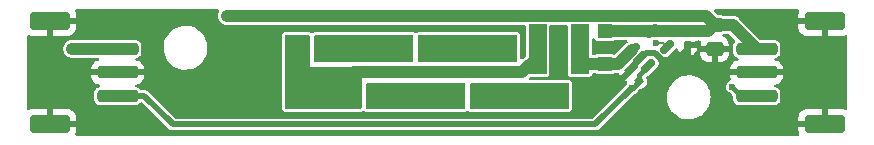
<source format=gbr>
%TF.GenerationSoftware,KiCad,Pcbnew,6.0.0*%
%TF.CreationDate,2022-01-04T22:10:11+01:00*%
%TF.ProjectId,mini_light,6d696e69-5f6c-4696-9768-742e6b696361,v1.1*%
%TF.SameCoordinates,Original*%
%TF.FileFunction,Copper,L1,Top*%
%TF.FilePolarity,Positive*%
%FSLAX46Y46*%
G04 Gerber Fmt 4.6, Leading zero omitted, Abs format (unit mm)*
G04 Created by KiCad (PCBNEW 6.0.0) date 2022-01-04 22:10:11*
%MOMM*%
%LPD*%
G01*
G04 APERTURE LIST*
G04 Aperture macros list*
%AMRoundRect*
0 Rectangle with rounded corners*
0 $1 Rounding radius*
0 $2 $3 $4 $5 $6 $7 $8 $9 X,Y pos of 4 corners*
0 Add a 4 corners polygon primitive as box body*
4,1,4,$2,$3,$4,$5,$6,$7,$8,$9,$2,$3,0*
0 Add four circle primitives for the rounded corners*
1,1,$1+$1,$2,$3*
1,1,$1+$1,$4,$5*
1,1,$1+$1,$6,$7*
1,1,$1+$1,$8,$9*
0 Add four rect primitives between the rounded corners*
20,1,$1+$1,$2,$3,$4,$5,0*
20,1,$1+$1,$4,$5,$6,$7,0*
20,1,$1+$1,$6,$7,$8,$9,0*
20,1,$1+$1,$8,$9,$2,$3,0*%
G04 Aperture macros list end*
%TA.AperFunction,SMDPad,CuDef*%
%ADD10RoundRect,0.160000X-0.252791X0.026517X0.026517X-0.252791X0.252791X-0.026517X-0.026517X0.252791X0*%
%TD*%
%TA.AperFunction,SMDPad,CuDef*%
%ADD11RoundRect,0.150000X-0.256326X-0.468458X0.468458X0.256326X0.256326X0.468458X-0.468458X-0.256326X0*%
%TD*%
%TA.AperFunction,SMDPad,CuDef*%
%ADD12R,1.200000X1.200000*%
%TD*%
%TA.AperFunction,SMDPad,CuDef*%
%ADD13RoundRect,0.250000X1.500000X-0.250000X1.500000X0.250000X-1.500000X0.250000X-1.500000X-0.250000X0*%
%TD*%
%TA.AperFunction,SMDPad,CuDef*%
%ADD14RoundRect,0.250001X1.449999X-0.499999X1.449999X0.499999X-1.449999X0.499999X-1.449999X-0.499999X0*%
%TD*%
%TA.AperFunction,SMDPad,CuDef*%
%ADD15R,1.500000X4.200000*%
%TD*%
%TA.AperFunction,SMDPad,CuDef*%
%ADD16RoundRect,0.155000X-0.155000X0.212500X-0.155000X-0.212500X0.155000X-0.212500X0.155000X0.212500X0*%
%TD*%
%TA.AperFunction,SMDPad,CuDef*%
%ADD17RoundRect,0.250000X-0.475000X0.337500X-0.475000X-0.337500X0.475000X-0.337500X0.475000X0.337500X0*%
%TD*%
%TA.AperFunction,SMDPad,CuDef*%
%ADD18RoundRect,0.250000X-1.500000X0.250000X-1.500000X-0.250000X1.500000X-0.250000X1.500000X0.250000X0*%
%TD*%
%TA.AperFunction,SMDPad,CuDef*%
%ADD19RoundRect,0.250001X-1.449999X0.499999X-1.449999X-0.499999X1.449999X-0.499999X1.449999X0.499999X0*%
%TD*%
%TA.AperFunction,ViaPad*%
%ADD20C,1.000000*%
%TD*%
%TA.AperFunction,ViaPad*%
%ADD21C,0.600000*%
%TD*%
%TA.AperFunction,Conductor*%
%ADD22C,1.000000*%
%TD*%
%TA.AperFunction,Conductor*%
%ADD23C,0.500000*%
%TD*%
%TA.AperFunction,Conductor*%
%ADD24C,0.200000*%
%TD*%
%TA.AperFunction,Conductor*%
%ADD25C,0.450000*%
%TD*%
G04 APERTURE END LIST*
D10*
%TO.P,R1,1*%
%TO.N,GND*%
X136377504Y-99877504D03*
%TO.P,R1,2*%
%TO.N,Ctrl*%
X137222496Y-100722496D03*
%TD*%
D11*
%TO.P,U1,1,SW*%
%TO.N,Net-(D1-Pad2)*%
X136647830Y-98132583D03*
%TO.P,U1,2,GND*%
%TO.N,GND*%
X137319581Y-98804334D03*
%TO.P,U1,3,CTRL*%
%TO.N,Ctrl*%
X137991332Y-99476085D03*
%TO.P,U1,4,SET*%
%TO.N,Net-(D2-Pad2)*%
X139600000Y-97867417D03*
%TO.P,U1,5,VIN*%
%TO.N,+12V*%
X138256498Y-96523915D03*
%TD*%
D12*
%TO.P,D1,1,K*%
%TO.N,+12V*%
X134300000Y-96500000D03*
%TO.P,D1,2,A*%
%TO.N,Net-(D1-Pad2)*%
X134300000Y-99300000D03*
%TD*%
D13*
%TO.P,J1,1,Pin_1*%
%TO.N,Ctrl*%
X147150000Y-102000000D03*
%TO.P,J1,2,Pin_2*%
%TO.N,GND*%
X147150000Y-100000000D03*
%TO.P,J1,3,Pin_3*%
%TO.N,+12V*%
X147150000Y-98000000D03*
D14*
%TO.P,J1,MP,MountPin*%
%TO.N,GND*%
X152900000Y-104350000D03*
X152900000Y-95650000D03*
%TD*%
D15*
%TO.P,L1,1,1*%
%TO.N,Net-(D4-Pad1)*%
X128600000Y-98000000D03*
%TO.P,L1,2,2*%
%TO.N,Net-(D1-Pad2)*%
X132200000Y-98000000D03*
%TD*%
D16*
%TO.P,C2,1*%
%TO.N,+12V*%
X141300000Y-96532500D03*
%TO.P,C2,2*%
%TO.N,GND*%
X141300000Y-97667500D03*
%TD*%
D17*
%TO.P,C1,1*%
%TO.N,+12V*%
X143600000Y-95962500D03*
%TO.P,C1,2*%
%TO.N,GND*%
X143600000Y-98037500D03*
%TD*%
D18*
%TO.P,J2,1,Pin_1*%
%TO.N,+12V*%
X93050000Y-98000000D03*
%TO.P,J2,2,Pin_2*%
%TO.N,GND*%
X93050000Y-100000000D03*
%TO.P,J2,3,Pin_3*%
%TO.N,Ctrl*%
X93050000Y-102000000D03*
D19*
%TO.P,J2,MP,MountPin*%
%TO.N,GND*%
X87300000Y-104350000D03*
X87300000Y-95650000D03*
%TD*%
D20*
%TO.N,+12V*%
X135800000Y-96500000D03*
X137000000Y-96500000D03*
X102300000Y-95200000D03*
X103500000Y-95200000D03*
X89200000Y-98000000D03*
X90400000Y-98000000D03*
D21*
%TO.N,GND*%
X90155000Y-104651500D03*
X100315000Y-103381500D03*
X104125000Y-102111500D03*
X137145000Y-104651500D03*
X92695000Y-95761500D03*
X104125000Y-103381500D03*
X138415000Y-103381500D03*
X149845000Y-95761500D03*
X90155000Y-100841500D03*
X92695000Y-103381500D03*
X153655000Y-98301500D03*
X149845000Y-99571500D03*
X87615000Y-102111500D03*
X99045000Y-100841500D03*
X100400000Y-100400000D03*
X137145000Y-103381500D03*
X142225000Y-104651500D03*
X145000000Y-97300000D03*
X93965000Y-95761500D03*
X104125000Y-97031500D03*
X138415000Y-102111500D03*
X148575000Y-104651500D03*
X100315000Y-95761500D03*
X147305000Y-95761500D03*
X152385000Y-100841500D03*
X149845000Y-98301500D03*
X104125000Y-99571500D03*
X153655000Y-99571500D03*
X138400000Y-100800000D03*
X151115000Y-102111500D03*
X149845000Y-102111500D03*
X152385000Y-102111500D03*
X90155000Y-103381500D03*
X86345000Y-99571500D03*
X104125000Y-98301500D03*
X91425000Y-95761500D03*
X146035000Y-103381500D03*
X87615000Y-100841500D03*
X148575000Y-103381500D03*
X95235000Y-104651500D03*
X101585000Y-103381500D03*
X143495000Y-100841500D03*
X140900000Y-99600000D03*
X96505000Y-95761500D03*
X96505000Y-99571500D03*
X145000000Y-98900000D03*
X97775000Y-100841500D03*
X152385000Y-98301500D03*
X95235000Y-95761500D03*
X97775000Y-95761500D03*
X153655000Y-100841500D03*
X143495000Y-103381500D03*
X86345000Y-100841500D03*
X152385000Y-99571500D03*
X144765000Y-103381500D03*
X92695000Y-104651500D03*
X95300000Y-103400000D03*
X144765000Y-104651500D03*
X102855000Y-102111500D03*
X149845000Y-100841500D03*
X86345000Y-98301500D03*
X104125000Y-100841500D03*
X140955000Y-104651500D03*
X142200000Y-97600000D03*
X134100000Y-105000000D03*
X102855000Y-103381500D03*
X96505000Y-98301500D03*
X135875000Y-104651500D03*
X90155000Y-99571500D03*
X134900000Y-101800000D03*
X87615000Y-98301500D03*
X97100000Y-105000000D03*
X88885000Y-99571500D03*
X101585000Y-98301500D03*
X145600000Y-95000000D03*
X149845000Y-97031500D03*
X88885000Y-100841500D03*
X151115000Y-98301500D03*
X147305000Y-103381500D03*
X93965000Y-103381500D03*
X88885000Y-102111500D03*
X93965000Y-104651500D03*
X148575000Y-95761500D03*
X87615000Y-99571500D03*
X96505000Y-100841500D03*
X91425000Y-103381500D03*
X101585000Y-97031500D03*
X151115000Y-100841500D03*
X146035000Y-104651500D03*
X138307264Y-98358757D03*
X138415000Y-104651500D03*
X101300000Y-99500000D03*
X151115000Y-99571500D03*
X149845000Y-104651500D03*
X90155000Y-95761500D03*
X139600000Y-99600000D03*
X153655000Y-102111500D03*
X96505000Y-97031500D03*
X142225000Y-99571500D03*
X143495000Y-104651500D03*
X90155000Y-102111500D03*
X149845000Y-103381500D03*
X135600000Y-100600000D03*
X139685000Y-104651500D03*
X99045000Y-103381500D03*
X147305000Y-104651500D03*
X91425000Y-104651500D03*
X135300000Y-97700000D03*
X86345000Y-102111500D03*
%TO.N,Net-(D2-Pad1)*%
X124000000Y-101400000D03*
X125400000Y-102600000D03*
X128200000Y-102600000D03*
X131000000Y-101400000D03*
X126800000Y-101400000D03*
X131000000Y-102600000D03*
X125400000Y-101400000D03*
X130300000Y-102000000D03*
X128200000Y-101400000D03*
X129600000Y-102600000D03*
X124000000Y-102600000D03*
X129600000Y-101400000D03*
X126800000Y-102600000D03*
%TO.N,Net-(D3-Pad1)*%
X118000000Y-102600000D03*
X122200000Y-102600000D03*
X120800000Y-102600000D03*
X121500000Y-102000000D03*
X120800000Y-101400000D03*
X118000000Y-101400000D03*
X115200000Y-101400000D03*
X115200000Y-102600000D03*
X116600000Y-102600000D03*
X116600000Y-101400000D03*
X119400000Y-102600000D03*
X122200000Y-101400000D03*
X119400000Y-101400000D03*
%TO.N,Net-(D2-Pad2)*%
X138600000Y-97523415D03*
%TO.N,Net-(D5-Pad1)*%
X119600000Y-98600000D03*
X126600000Y-97400000D03*
X125900000Y-98000000D03*
X123800000Y-98600000D03*
X122400000Y-98600000D03*
X119600000Y-97400000D03*
X122400000Y-97400000D03*
X125200000Y-98600000D03*
X121000000Y-98600000D03*
X126600000Y-98600000D03*
X121000000Y-97400000D03*
X125200000Y-97400000D03*
X123800000Y-97400000D03*
%TO.N,Net-(D6-Pad1)*%
X117100000Y-98000000D03*
X110800000Y-97400000D03*
X110800000Y-98600000D03*
X116400000Y-98600000D03*
X117800000Y-97400000D03*
X115000000Y-98600000D03*
X112200000Y-97400000D03*
X112200000Y-98600000D03*
X113600000Y-97400000D03*
X113600000Y-98600000D03*
X117800000Y-98600000D03*
X115000000Y-97400000D03*
X116400000Y-97400000D03*
%TO.N,Ctrl*%
X136600000Y-101300000D03*
X145100000Y-101200000D03*
%TO.N,Net-(D4-Pad1)*%
X112000000Y-102600000D03*
X109000000Y-98600000D03*
X112000000Y-101400000D03*
X107800000Y-102600000D03*
X112700000Y-102000000D03*
X110600000Y-102600000D03*
X107600000Y-100000000D03*
X109200000Y-101400000D03*
X113400000Y-101400000D03*
X109200000Y-102600000D03*
X113400000Y-102600000D03*
X107600000Y-97400000D03*
X109000000Y-97400000D03*
X110600000Y-101400000D03*
X109000000Y-100000000D03*
X107800000Y-101400000D03*
X107600000Y-98600000D03*
X108300000Y-98000000D03*
%TD*%
D22*
%TO.N,+12V*%
X142837500Y-95200000D02*
X103500000Y-95200000D01*
X135800000Y-96500000D02*
X137000000Y-96500000D01*
X90400000Y-98000000D02*
X89200000Y-98000000D01*
X145112500Y-95962500D02*
X147150000Y-98000000D01*
X93050000Y-98000000D02*
X90400000Y-98000000D01*
X143038585Y-96523915D02*
X143600000Y-95962500D01*
X134400000Y-96500000D02*
X135800000Y-96500000D01*
X137000000Y-96500000D02*
X138308668Y-96500000D01*
X103500000Y-95200000D02*
X102300000Y-95200000D01*
X143600000Y-95962500D02*
X142837500Y-95200000D01*
X143600000Y-95962500D02*
X145112500Y-95962500D01*
X138256498Y-96523915D02*
X143038585Y-96523915D01*
D23*
%TO.N,GND*%
X138518706Y-98358757D02*
X139098283Y-98938334D01*
X141300000Y-98000000D02*
X141300000Y-97667500D01*
X138307264Y-98358757D02*
X138518706Y-98358757D01*
X137319581Y-98804334D02*
X137765158Y-98358757D01*
X140361666Y-98938334D02*
X141300000Y-98000000D01*
X137765158Y-98358757D02*
X138307264Y-98358757D01*
X139098283Y-98938334D02*
X140361666Y-98938334D01*
D22*
%TO.N,Net-(D1-Pad2)*%
X134300000Y-99300000D02*
X135410381Y-99300000D01*
X135410381Y-99300000D02*
X136612814Y-98097567D01*
X133800000Y-99300000D02*
X133000000Y-99300000D01*
D24*
%TO.N,Net-(D2-Pad2)*%
X139255998Y-97523415D02*
X139600000Y-97867417D01*
X138600000Y-97523415D02*
X139255998Y-97523415D01*
D23*
%TO.N,Ctrl*%
X95300000Y-102000000D02*
X93050000Y-102000000D01*
D25*
X145100000Y-101200000D02*
X145900000Y-102000000D01*
X136644992Y-101300000D02*
X137222496Y-100722496D01*
X136600000Y-101300000D02*
X136644992Y-101300000D01*
D23*
X97700480Y-104400480D02*
X95300000Y-102000000D01*
D25*
X137222496Y-100722496D02*
X137222496Y-100244921D01*
D23*
X136600000Y-101300000D02*
X133499520Y-104400480D01*
D25*
X137222496Y-100244921D02*
X137991332Y-99476085D01*
D23*
X133499520Y-104400480D02*
X97700480Y-104400480D01*
D22*
%TO.N,Net-(D4-Pad1)*%
X113100000Y-100000000D02*
X112500000Y-100600000D01*
X112500000Y-101600000D02*
X112000000Y-102100000D01*
X127300000Y-100000000D02*
X113100000Y-100000000D01*
X128600000Y-98700000D02*
X127300000Y-100000000D01*
X112000000Y-102100000D02*
X108300000Y-102100000D01*
X112500000Y-100600000D02*
X112500000Y-101600000D01*
%TD*%
%TA.AperFunction,Conductor*%
%TO.N,Net-(D6-Pad1)*%
G36*
X118042121Y-96820002D02*
G01*
X118088614Y-96873658D01*
X118100000Y-96926000D01*
X118100000Y-98974000D01*
X118079998Y-99042121D01*
X118026342Y-99088614D01*
X117974000Y-99100000D01*
X109826000Y-99100000D01*
X109757879Y-99079998D01*
X109711386Y-99026342D01*
X109700000Y-98974000D01*
X109700000Y-96926000D01*
X109720002Y-96857879D01*
X109773658Y-96811386D01*
X109826000Y-96800000D01*
X117974000Y-96800000D01*
X118042121Y-96820002D01*
G37*
%TD.AperFunction*%
%TD*%
%TA.AperFunction,Conductor*%
%TO.N,Net-(D5-Pad1)*%
G36*
X126842121Y-96820002D02*
G01*
X126888614Y-96873658D01*
X126900000Y-96926000D01*
X126900000Y-98974000D01*
X126879998Y-99042121D01*
X126826342Y-99088614D01*
X126774000Y-99100000D01*
X118626000Y-99100000D01*
X118557879Y-99079998D01*
X118511386Y-99026342D01*
X118500000Y-98974000D01*
X118500000Y-96926000D01*
X118520002Y-96857879D01*
X118573658Y-96811386D01*
X118626000Y-96800000D01*
X126774000Y-96800000D01*
X126842121Y-96820002D01*
G37*
%TD.AperFunction*%
%TD*%
%TA.AperFunction,Conductor*%
%TO.N,Net-(D2-Pad1)*%
G36*
X131242121Y-100920002D02*
G01*
X131288614Y-100973658D01*
X131300000Y-101026000D01*
X131300000Y-102974000D01*
X131279998Y-103042121D01*
X131226342Y-103088614D01*
X131174000Y-103100000D01*
X123026000Y-103100000D01*
X122957879Y-103079998D01*
X122911386Y-103026342D01*
X122900000Y-102974000D01*
X122900000Y-101026000D01*
X122920002Y-100957879D01*
X122973658Y-100911386D01*
X123026000Y-100900000D01*
X131174000Y-100900000D01*
X131242121Y-100920002D01*
G37*
%TD.AperFunction*%
%TD*%
%TA.AperFunction,Conductor*%
%TO.N,Net-(D4-Pad1)*%
G36*
X109242121Y-96820002D02*
G01*
X109288614Y-96873658D01*
X109300000Y-96926000D01*
X109300000Y-99500000D01*
X113574000Y-99500000D01*
X113642121Y-99520002D01*
X113688614Y-99573658D01*
X113700000Y-99626000D01*
X113700000Y-102974000D01*
X113679998Y-103042121D01*
X113626342Y-103088614D01*
X113574000Y-103100000D01*
X107326000Y-103100000D01*
X107257879Y-103079998D01*
X107211386Y-103026342D01*
X107200000Y-102974000D01*
X107200000Y-96926000D01*
X107220002Y-96857879D01*
X107273658Y-96811386D01*
X107326000Y-96800000D01*
X109174000Y-96800000D01*
X109242121Y-96820002D01*
G37*
%TD.AperFunction*%
%TD*%
%TA.AperFunction,Conductor*%
%TO.N,Net-(D3-Pad1)*%
G36*
X122442121Y-100920002D02*
G01*
X122488614Y-100973658D01*
X122500000Y-101026000D01*
X122500000Y-102974000D01*
X122479998Y-103042121D01*
X122426342Y-103088614D01*
X122374000Y-103100000D01*
X114226000Y-103100000D01*
X114157879Y-103079998D01*
X114111386Y-103026342D01*
X114100000Y-102974000D01*
X114100000Y-101026000D01*
X114120002Y-100957879D01*
X114173658Y-100911386D01*
X114226000Y-100900000D01*
X122374000Y-100900000D01*
X122442121Y-100920002D01*
G37*
%TD.AperFunction*%
%TD*%
%TA.AperFunction,Conductor*%
%TO.N,GND*%
G36*
X101591234Y-94674002D02*
G01*
X101637727Y-94727658D01*
X101647831Y-94797932D01*
X101629024Y-94848256D01*
X101619909Y-94862400D01*
X101617499Y-94869021D01*
X101616626Y-94870780D01*
X101608230Y-94888725D01*
X101603368Y-94897096D01*
X101601245Y-94904104D01*
X101601245Y-94904105D01*
X101584979Y-94957811D01*
X101582796Y-94964365D01*
X101562015Y-95021463D01*
X101561132Y-95028454D01*
X101560710Y-95031794D01*
X101556296Y-95052516D01*
X101554491Y-95058475D01*
X101554490Y-95058479D01*
X101552370Y-95065480D01*
X101551247Y-95083595D01*
X101548678Y-95125004D01*
X101547928Y-95132980D01*
X101540800Y-95189399D01*
X101541488Y-95196414D01*
X101542194Y-95203619D01*
X101542553Y-95223715D01*
X101541929Y-95233767D01*
X101541929Y-95233773D01*
X101541476Y-95241080D01*
X101550931Y-95296108D01*
X101552147Y-95305127D01*
X101557318Y-95357862D01*
X101563052Y-95375098D01*
X101567671Y-95393524D01*
X101571271Y-95414477D01*
X101574134Y-95421206D01*
X101574135Y-95421209D01*
X101585161Y-95447122D01*
X101591401Y-95461785D01*
X101591636Y-95462338D01*
X101595251Y-95471893D01*
X101610748Y-95518479D01*
X101622161Y-95537323D01*
X101630319Y-95553250D01*
X101640156Y-95576368D01*
X101644495Y-95582264D01*
X101668713Y-95615173D01*
X101675007Y-95624583D01*
X101698435Y-95663267D01*
X101703326Y-95668332D01*
X101703327Y-95668333D01*
X101716418Y-95681889D01*
X101727262Y-95694733D01*
X101744437Y-95718071D01*
X101750021Y-95722815D01*
X101778236Y-95746786D01*
X101787292Y-95755282D01*
X101811127Y-95779964D01*
X101811131Y-95779967D01*
X101816021Y-95785031D01*
X101840923Y-95801326D01*
X101853505Y-95810731D01*
X101872941Y-95827243D01*
X101872945Y-95827246D01*
X101878520Y-95831982D01*
X101885034Y-95835308D01*
X101914601Y-95850406D01*
X101926293Y-95857191D01*
X101957660Y-95877717D01*
X101964260Y-95880171D01*
X101964261Y-95880172D01*
X101989172Y-95889436D01*
X102002556Y-95895318D01*
X102028687Y-95908662D01*
X102028693Y-95908664D01*
X102035212Y-95911993D01*
X102070842Y-95920711D01*
X102084791Y-95924996D01*
X102116315Y-95936720D01*
X102140859Y-95939995D01*
X102153472Y-95941678D01*
X102166754Y-95944182D01*
X102200651Y-95952476D01*
X102200655Y-95952477D01*
X102206108Y-95953811D01*
X102211705Y-95954158D01*
X102211710Y-95954159D01*
X102215275Y-95954380D01*
X102215284Y-95954380D01*
X102217214Y-95954500D01*
X102241204Y-95954500D01*
X102257868Y-95955607D01*
X102277118Y-95958176D01*
X102277122Y-95958176D01*
X102284099Y-95959107D01*
X102291110Y-95958469D01*
X102291114Y-95958469D01*
X102329020Y-95955019D01*
X102340439Y-95954500D01*
X103441204Y-95954500D01*
X103457868Y-95955607D01*
X103477118Y-95958176D01*
X103477122Y-95958176D01*
X103484099Y-95959107D01*
X103491110Y-95958469D01*
X103491114Y-95958469D01*
X103529020Y-95955019D01*
X103540439Y-95954500D01*
X127469500Y-95954500D01*
X127537621Y-95974502D01*
X127584114Y-96028158D01*
X127595500Y-96080500D01*
X127595501Y-98585285D01*
X127575499Y-98653406D01*
X127558596Y-98674380D01*
X127369095Y-98863881D01*
X127306783Y-98897907D01*
X127235968Y-98892842D01*
X127179132Y-98850295D01*
X127154321Y-98783775D01*
X127154000Y-98774786D01*
X127154000Y-98648402D01*
X127155078Y-98631956D01*
X127158207Y-98608188D01*
X127159285Y-98600000D01*
X127155078Y-98568044D01*
X127154000Y-98551598D01*
X127154000Y-97448402D01*
X127155078Y-97431956D01*
X127158207Y-97408188D01*
X127159285Y-97400000D01*
X127156642Y-97379928D01*
X127155078Y-97368044D01*
X127154000Y-97351598D01*
X127154000Y-96926000D01*
X127153509Y-96921435D01*
X127148558Y-96875374D01*
X127148557Y-96875367D01*
X127148196Y-96872010D01*
X127143568Y-96850735D01*
X127137170Y-96821322D01*
X127137168Y-96821315D01*
X127136810Y-96819668D01*
X127129616Y-96793445D01*
X127098451Y-96738716D01*
X127083638Y-96712702D01*
X127083635Y-96712698D01*
X127080575Y-96707324D01*
X127057368Y-96680542D01*
X127035922Y-96655791D01*
X127035917Y-96655786D01*
X127034082Y-96653668D01*
X127001498Y-96622227D01*
X126913681Y-96576291D01*
X126845560Y-96556289D01*
X126841101Y-96555648D01*
X126841097Y-96555647D01*
X126809780Y-96551144D01*
X126774000Y-96546000D01*
X118626000Y-96546000D01*
X118622653Y-96546360D01*
X118622649Y-96546360D01*
X118575374Y-96551442D01*
X118575367Y-96551443D01*
X118572010Y-96551804D01*
X118568710Y-96552522D01*
X118568709Y-96552522D01*
X118521322Y-96562830D01*
X118521315Y-96562832D01*
X118519668Y-96563190D01*
X118493445Y-96570384D01*
X118452680Y-96593597D01*
X118412702Y-96616362D01*
X118412698Y-96616365D01*
X118407324Y-96619425D01*
X118402649Y-96623476D01*
X118402646Y-96623478D01*
X118384434Y-96639259D01*
X118319853Y-96668752D01*
X118249579Y-96658647D01*
X118214432Y-96634707D01*
X118207981Y-96628482D01*
X118207979Y-96628480D01*
X118201498Y-96622227D01*
X118113681Y-96576291D01*
X118045560Y-96556289D01*
X118041101Y-96555648D01*
X118041097Y-96555647D01*
X118009780Y-96551144D01*
X117974000Y-96546000D01*
X109826000Y-96546000D01*
X109822653Y-96546360D01*
X109822649Y-96546360D01*
X109775374Y-96551442D01*
X109775367Y-96551443D01*
X109772010Y-96551804D01*
X109768710Y-96552522D01*
X109768709Y-96552522D01*
X109721322Y-96562830D01*
X109721315Y-96562832D01*
X109719668Y-96563190D01*
X109693445Y-96570384D01*
X109652680Y-96593597D01*
X109612702Y-96616362D01*
X109612698Y-96616365D01*
X109607324Y-96619425D01*
X109602649Y-96623476D01*
X109602646Y-96623478D01*
X109584434Y-96639259D01*
X109519853Y-96668752D01*
X109449579Y-96658647D01*
X109414432Y-96634707D01*
X109407981Y-96628482D01*
X109407979Y-96628480D01*
X109401498Y-96622227D01*
X109313681Y-96576291D01*
X109245560Y-96556289D01*
X109241101Y-96555648D01*
X109241097Y-96555647D01*
X109209780Y-96551144D01*
X109174000Y-96546000D01*
X107326000Y-96546000D01*
X107322653Y-96546360D01*
X107322649Y-96546360D01*
X107275374Y-96551442D01*
X107275367Y-96551443D01*
X107272010Y-96551804D01*
X107268710Y-96552522D01*
X107268709Y-96552522D01*
X107221322Y-96562830D01*
X107221315Y-96562832D01*
X107219668Y-96563190D01*
X107193445Y-96570384D01*
X107152680Y-96593597D01*
X107112702Y-96616362D01*
X107112698Y-96616365D01*
X107107324Y-96619425D01*
X107089688Y-96634707D01*
X107070055Y-96651719D01*
X107053668Y-96665918D01*
X107022227Y-96698502D01*
X106976291Y-96786319D01*
X106956289Y-96854440D01*
X106946000Y-96926000D01*
X106946000Y-102974000D01*
X106951804Y-103027990D01*
X106952522Y-103031290D01*
X106952522Y-103031291D01*
X106962806Y-103078565D01*
X106963190Y-103080332D01*
X106970384Y-103106555D01*
X106988517Y-103138399D01*
X107016362Y-103187298D01*
X107016365Y-103187302D01*
X107019425Y-103192676D01*
X107032686Y-103207980D01*
X107061604Y-103241353D01*
X107065918Y-103246332D01*
X107098502Y-103277773D01*
X107186319Y-103323709D01*
X107254440Y-103343711D01*
X107258899Y-103344352D01*
X107258903Y-103344353D01*
X107280639Y-103347478D01*
X107326000Y-103354000D01*
X113574000Y-103354000D01*
X113577347Y-103353640D01*
X113577351Y-103353640D01*
X113624626Y-103348558D01*
X113624633Y-103348557D01*
X113627990Y-103348196D01*
X113631291Y-103347478D01*
X113678678Y-103337170D01*
X113678685Y-103337168D01*
X113680332Y-103336810D01*
X113706555Y-103329616D01*
X113758207Y-103300203D01*
X113787298Y-103283638D01*
X113787302Y-103283635D01*
X113792676Y-103280575D01*
X113797351Y-103276524D01*
X113797354Y-103276522D01*
X113815566Y-103260741D01*
X113880147Y-103231248D01*
X113950421Y-103241353D01*
X113985568Y-103265293D01*
X113992019Y-103271518D01*
X113992021Y-103271520D01*
X113998502Y-103277773D01*
X114086319Y-103323709D01*
X114154440Y-103343711D01*
X114158899Y-103344352D01*
X114158903Y-103344353D01*
X114180639Y-103347478D01*
X114226000Y-103354000D01*
X122374000Y-103354000D01*
X122377347Y-103353640D01*
X122377351Y-103353640D01*
X122424626Y-103348558D01*
X122424633Y-103348557D01*
X122427990Y-103348196D01*
X122431291Y-103347478D01*
X122478678Y-103337170D01*
X122478685Y-103337168D01*
X122480332Y-103336810D01*
X122506555Y-103329616D01*
X122558207Y-103300203D01*
X122587298Y-103283638D01*
X122587302Y-103283635D01*
X122592676Y-103280575D01*
X122597351Y-103276524D01*
X122597354Y-103276522D01*
X122615566Y-103260741D01*
X122680147Y-103231248D01*
X122750421Y-103241353D01*
X122785568Y-103265293D01*
X122792019Y-103271518D01*
X122792021Y-103271520D01*
X122798502Y-103277773D01*
X122886319Y-103323709D01*
X122954440Y-103343711D01*
X122958899Y-103344352D01*
X122958903Y-103344353D01*
X122980639Y-103347478D01*
X123026000Y-103354000D01*
X131174000Y-103354000D01*
X131177347Y-103353640D01*
X131177351Y-103353640D01*
X131224626Y-103348558D01*
X131224633Y-103348557D01*
X131227990Y-103348196D01*
X131231291Y-103347478D01*
X131278678Y-103337170D01*
X131278685Y-103337168D01*
X131280332Y-103336810D01*
X131306555Y-103329616D01*
X131358207Y-103300203D01*
X131387298Y-103283638D01*
X131387302Y-103283635D01*
X131392676Y-103280575D01*
X131420736Y-103256261D01*
X131444209Y-103235922D01*
X131444214Y-103235917D01*
X131446332Y-103234082D01*
X131477773Y-103201498D01*
X131523709Y-103113681D01*
X131543711Y-103045560D01*
X131554000Y-102974000D01*
X131554000Y-102648402D01*
X131555078Y-102631956D01*
X131558207Y-102608188D01*
X131559285Y-102600000D01*
X131555078Y-102568044D01*
X131554000Y-102551598D01*
X131554000Y-101448402D01*
X131555078Y-101431956D01*
X131558207Y-101408188D01*
X131559285Y-101400000D01*
X131555078Y-101368044D01*
X131554000Y-101351598D01*
X131554000Y-101026000D01*
X131553628Y-101022538D01*
X131548558Y-100975374D01*
X131548557Y-100975367D01*
X131548196Y-100972010D01*
X131547478Y-100968709D01*
X131537170Y-100921322D01*
X131537168Y-100921315D01*
X131536810Y-100919668D01*
X131529616Y-100893445D01*
X131499879Y-100841224D01*
X131483638Y-100812702D01*
X131483635Y-100812698D01*
X131480575Y-100807324D01*
X131434082Y-100753668D01*
X131401498Y-100722227D01*
X131313681Y-100676291D01*
X131245560Y-100656289D01*
X131241101Y-100655648D01*
X131241097Y-100655647D01*
X131203795Y-100650284D01*
X131174000Y-100646000D01*
X128025215Y-100646000D01*
X127957094Y-100625998D01*
X127910601Y-100572342D01*
X127900497Y-100502068D01*
X127929991Y-100437488D01*
X127936120Y-100430905D01*
X127975620Y-100391405D01*
X128037932Y-100357379D01*
X128064715Y-100354500D01*
X129230617Y-100354499D01*
X129375066Y-100354499D01*
X129410818Y-100347388D01*
X129437126Y-100342156D01*
X129437128Y-100342155D01*
X129449301Y-100339734D01*
X129459621Y-100332839D01*
X129459622Y-100332838D01*
X129523168Y-100290377D01*
X129533484Y-100283484D01*
X129589734Y-100199301D01*
X129604500Y-100125067D01*
X129604499Y-96080500D01*
X129624501Y-96012379D01*
X129678157Y-95965886D01*
X129730499Y-95954500D01*
X131069500Y-95954500D01*
X131137621Y-95974502D01*
X131184114Y-96028158D01*
X131195500Y-96080500D01*
X131195501Y-98100600D01*
X131195501Y-100125066D01*
X131210266Y-100199301D01*
X131217161Y-100209620D01*
X131217162Y-100209622D01*
X131248737Y-100256876D01*
X131266516Y-100283484D01*
X131350699Y-100339734D01*
X131424933Y-100354500D01*
X132199874Y-100354500D01*
X132975066Y-100354499D01*
X133010818Y-100347388D01*
X133037126Y-100342156D01*
X133037128Y-100342155D01*
X133049301Y-100339734D01*
X133059621Y-100332839D01*
X133059622Y-100332838D01*
X133123168Y-100290377D01*
X133133484Y-100283484D01*
X133189734Y-100199301D01*
X133198363Y-100155918D01*
X133231270Y-100093009D01*
X133292965Y-100057877D01*
X133321942Y-100054500D01*
X133438765Y-100054500D01*
X133506886Y-100074502D01*
X133514748Y-100080838D01*
X133516516Y-100083484D01*
X133525382Y-100089408D01*
X133525383Y-100089409D01*
X133579654Y-100125672D01*
X133600699Y-100139734D01*
X133674933Y-100154500D01*
X134299898Y-100154500D01*
X134925066Y-100154499D01*
X134960818Y-100147388D01*
X134987126Y-100142156D01*
X134987128Y-100142155D01*
X134999301Y-100139734D01*
X135009621Y-100132839D01*
X135009622Y-100132838D01*
X135083484Y-100083484D01*
X135084329Y-100084749D01*
X135134452Y-100057379D01*
X135161235Y-100054500D01*
X135343616Y-100054500D01*
X135362566Y-100055933D01*
X135376636Y-100058074D01*
X135376640Y-100058074D01*
X135383870Y-100059174D01*
X135391162Y-100058581D01*
X135391167Y-100058581D01*
X135392627Y-100058462D01*
X135393611Y-100058666D01*
X135398480Y-100058836D01*
X135398451Y-100059670D01*
X135462145Y-100072876D01*
X135514502Y-100125672D01*
X135567057Y-100226202D01*
X135574430Y-100237268D01*
X135601031Y-100269250D01*
X135613619Y-100277705D01*
X135624264Y-100271534D01*
X136336759Y-99559040D01*
X136344372Y-99545097D01*
X136342175Y-99514368D01*
X136336059Y-99493545D01*
X136356056Y-99425423D01*
X136372961Y-99404444D01*
X137177476Y-98599929D01*
X137220801Y-98545168D01*
X137278753Y-98504157D01*
X137349679Y-98500986D01*
X137408709Y-98534252D01*
X137589696Y-98715239D01*
X137623722Y-98777551D01*
X137618657Y-98848366D01*
X137589696Y-98893429D01*
X137118141Y-99364984D01*
X137110529Y-99378924D01*
X137111859Y-99397516D01*
X137123810Y-99438217D01*
X137103808Y-99506338D01*
X137086905Y-99527313D01*
X135984639Y-100629579D01*
X135977372Y-100642887D01*
X135984494Y-100652926D01*
X136017740Y-100680578D01*
X136028806Y-100687951D01*
X136139985Y-100746073D01*
X136191087Y-100795359D01*
X136207431Y-100864448D01*
X136181573Y-100934439D01*
X136115645Y-101020358D01*
X136112486Y-101027984D01*
X136112485Y-101027986D01*
X136089507Y-101083460D01*
X136062193Y-101124336D01*
X133327454Y-103859075D01*
X133265142Y-103893101D01*
X133238359Y-103895980D01*
X97961641Y-103895980D01*
X97893520Y-103875978D01*
X97872546Y-103859075D01*
X95706677Y-101693206D01*
X95699135Y-101683766D01*
X95698755Y-101684089D01*
X95692937Y-101677253D01*
X95688147Y-101669661D01*
X95648140Y-101634328D01*
X95642454Y-101628983D01*
X95631120Y-101617649D01*
X95622845Y-101611447D01*
X95615000Y-101605060D01*
X95614961Y-101605025D01*
X95579830Y-101573999D01*
X95571708Y-101570186D01*
X95568907Y-101568346D01*
X95554912Y-101559937D01*
X95551949Y-101558315D01*
X95544764Y-101552930D01*
X95536354Y-101549777D01*
X95536352Y-101549776D01*
X95500818Y-101536454D01*
X95491502Y-101532529D01*
X95473870Y-101524251D01*
X95449018Y-101512583D01*
X95440144Y-101511201D01*
X95436917Y-101510215D01*
X95421134Y-101506075D01*
X95417856Y-101505354D01*
X95409448Y-101502202D01*
X95395691Y-101501180D01*
X95362643Y-101498724D01*
X95352596Y-101497570D01*
X95344114Y-101496249D01*
X95344111Y-101496249D01*
X95339303Y-101495500D01*
X95323938Y-101495500D01*
X95314601Y-101495154D01*
X95298519Y-101493959D01*
X95265333Y-101491493D01*
X95256558Y-101493366D01*
X95247862Y-101493959D01*
X95233262Y-101495500D01*
X95052801Y-101495500D01*
X94984680Y-101475498D01*
X94951976Y-101445066D01*
X94910404Y-101389596D01*
X94860747Y-101352380D01*
X94801946Y-101308311D01*
X94801943Y-101308309D01*
X94794764Y-101302929D01*
X94659448Y-101252202D01*
X94651588Y-101251348D01*
X94644476Y-101249657D01*
X94582830Y-101214439D01*
X94550010Y-101151484D01*
X94556436Y-101080779D01*
X94600068Y-101024772D01*
X94660620Y-101001747D01*
X94699206Y-100997743D01*
X94712600Y-100994851D01*
X94866784Y-100943412D01*
X94879962Y-100937239D01*
X95017807Y-100851937D01*
X95029208Y-100842901D01*
X95143739Y-100728171D01*
X95152751Y-100716760D01*
X95237816Y-100578757D01*
X95243963Y-100565576D01*
X95295138Y-100411290D01*
X95298005Y-100397914D01*
X95307672Y-100303562D01*
X95308000Y-100297146D01*
X95308000Y-100272115D01*
X95303525Y-100256876D01*
X95302135Y-100255671D01*
X95294452Y-100254000D01*
X90810116Y-100254000D01*
X90794877Y-100258475D01*
X90793672Y-100259865D01*
X90792001Y-100267548D01*
X90792001Y-100297095D01*
X90792338Y-100303614D01*
X90802257Y-100399206D01*
X90805149Y-100412600D01*
X90856588Y-100566784D01*
X90862761Y-100579962D01*
X90948063Y-100717807D01*
X90957099Y-100729208D01*
X91071829Y-100843739D01*
X91083240Y-100852751D01*
X91221243Y-100937816D01*
X91234424Y-100943963D01*
X91388710Y-100995138D01*
X91402086Y-100998005D01*
X91438985Y-101001786D01*
X91504712Y-101028628D01*
X91545494Y-101086743D01*
X91548382Y-101157681D01*
X91512460Y-101218919D01*
X91455288Y-101249713D01*
X91448409Y-101251348D01*
X91440552Y-101252202D01*
X91433154Y-101254975D01*
X91433151Y-101254976D01*
X91379487Y-101275094D01*
X91305236Y-101302929D01*
X91298057Y-101308309D01*
X91298054Y-101308311D01*
X91239253Y-101352380D01*
X91189596Y-101389596D01*
X91184216Y-101396775D01*
X91184215Y-101396776D01*
X91108311Y-101498054D01*
X91108309Y-101498057D01*
X91102929Y-101505236D01*
X91052202Y-101640552D01*
X91045500Y-101702244D01*
X91045500Y-102297756D01*
X91045869Y-102301152D01*
X91045869Y-102301153D01*
X91049121Y-102331083D01*
X91052202Y-102359448D01*
X91102929Y-102494764D01*
X91108309Y-102501943D01*
X91108311Y-102501946D01*
X91154006Y-102562916D01*
X91189596Y-102610404D01*
X91196776Y-102615785D01*
X91298054Y-102691689D01*
X91298057Y-102691691D01*
X91305236Y-102697071D01*
X91394954Y-102730704D01*
X91433157Y-102745026D01*
X91433159Y-102745026D01*
X91440552Y-102747798D01*
X91448402Y-102748651D01*
X91448403Y-102748651D01*
X91498847Y-102754131D01*
X91502244Y-102754500D01*
X94597756Y-102754500D01*
X94601153Y-102754131D01*
X94651597Y-102748651D01*
X94651598Y-102748651D01*
X94659448Y-102747798D01*
X94666841Y-102745026D01*
X94666843Y-102745026D01*
X94705046Y-102730704D01*
X94794764Y-102697071D01*
X94801943Y-102691691D01*
X94801946Y-102691689D01*
X94903224Y-102615785D01*
X94910404Y-102610404D01*
X94945994Y-102562916D01*
X95002853Y-102520401D01*
X95073671Y-102515375D01*
X95135915Y-102549386D01*
X97293803Y-104707274D01*
X97301345Y-104716714D01*
X97301725Y-104716391D01*
X97307543Y-104723227D01*
X97312333Y-104730819D01*
X97319061Y-104736761D01*
X97352339Y-104766151D01*
X97358026Y-104771497D01*
X97369360Y-104782831D01*
X97372946Y-104785518D01*
X97372951Y-104785523D01*
X97377639Y-104789037D01*
X97385477Y-104795418D01*
X97413923Y-104820540D01*
X97420650Y-104826481D01*
X97428773Y-104830295D01*
X97431584Y-104832141D01*
X97445583Y-104840552D01*
X97448532Y-104842166D01*
X97455715Y-104847550D01*
X97492503Y-104861341D01*
X97499654Y-104864022D01*
X97508974Y-104867949D01*
X97551462Y-104887897D01*
X97560333Y-104889278D01*
X97563555Y-104890263D01*
X97579326Y-104894400D01*
X97582620Y-104895124D01*
X97591032Y-104898278D01*
X97599990Y-104898944D01*
X97599991Y-104898944D01*
X97637830Y-104901756D01*
X97647854Y-104902906D01*
X97661177Y-104904980D01*
X97676542Y-104904980D01*
X97685879Y-104905326D01*
X97735146Y-104908987D01*
X97743921Y-104907114D01*
X97752617Y-104906521D01*
X97767217Y-104904980D01*
X133428896Y-104904980D01*
X133440901Y-104906321D01*
X133440941Y-104905825D01*
X133449888Y-104906545D01*
X133458644Y-104908526D01*
X133511902Y-104905222D01*
X133519704Y-104904980D01*
X133535746Y-104904980D01*
X133540177Y-104904345D01*
X133540182Y-104904345D01*
X133544207Y-104903768D01*
X133545977Y-104903515D01*
X133556034Y-104902484D01*
X133578496Y-104901091D01*
X133593920Y-104900134D01*
X133593922Y-104900134D01*
X133602879Y-104899578D01*
X133611319Y-104896531D01*
X133614609Y-104895850D01*
X133630458Y-104891898D01*
X133633688Y-104890953D01*
X133642572Y-104889681D01*
X133685283Y-104870262D01*
X133694648Y-104866450D01*
X133730357Y-104853558D01*
X133730360Y-104853556D01*
X133738804Y-104850508D01*
X133746053Y-104845212D01*
X133749010Y-104843640D01*
X133763134Y-104835387D01*
X133765957Y-104833582D01*
X133774125Y-104829868D01*
X133780922Y-104824011D01*
X133780924Y-104824010D01*
X133809673Y-104799237D01*
X133817584Y-104792955D01*
X133828464Y-104785007D01*
X133839326Y-104774145D01*
X133846173Y-104767787D01*
X133876802Y-104741395D01*
X133883602Y-104735536D01*
X133888486Y-104728001D01*
X133894219Y-104721429D01*
X133903446Y-104710025D01*
X134535586Y-104077885D01*
X150692000Y-104077885D01*
X150696475Y-104093124D01*
X150697865Y-104094329D01*
X150705548Y-104096000D01*
X152627885Y-104096000D01*
X152643124Y-104091525D01*
X152644329Y-104090135D01*
X152646000Y-104082452D01*
X152646000Y-103110115D01*
X152641525Y-103094876D01*
X152640135Y-103093671D01*
X152632452Y-103092000D01*
X151402904Y-103092000D01*
X151396389Y-103092337D01*
X151300797Y-103102256D01*
X151287398Y-103105150D01*
X151133217Y-103156588D01*
X151120038Y-103162762D01*
X150982193Y-103248063D01*
X150970792Y-103257099D01*
X150856261Y-103371830D01*
X150847249Y-103383241D01*
X150762182Y-103521245D01*
X150756038Y-103534423D01*
X150704861Y-103688716D01*
X150701995Y-103702081D01*
X150692328Y-103796439D01*
X150692000Y-103802856D01*
X150692000Y-104077885D01*
X134535586Y-104077885D01*
X136471285Y-102142186D01*
X139541018Y-102142186D01*
X139566579Y-102410100D01*
X139567664Y-102414534D01*
X139567665Y-102414540D01*
X139587296Y-102494764D01*
X139630547Y-102671518D01*
X139731583Y-102920963D01*
X139807069Y-103049884D01*
X139847633Y-103119161D01*
X139867569Y-103153210D01*
X139942774Y-103247249D01*
X140028145Y-103354000D01*
X140035658Y-103363395D01*
X140232327Y-103547113D01*
X140453457Y-103700516D01*
X140694416Y-103820391D01*
X140698750Y-103821812D01*
X140698753Y-103821813D01*
X140945823Y-103902807D01*
X140945829Y-103902808D01*
X140950156Y-103904227D01*
X140954647Y-103905007D01*
X140954648Y-103905007D01*
X141211538Y-103949611D01*
X141211546Y-103949612D01*
X141215319Y-103950267D01*
X141219156Y-103950458D01*
X141298777Y-103954422D01*
X141298785Y-103954422D01*
X141300348Y-103954500D01*
X141468374Y-103954500D01*
X141470642Y-103954335D01*
X141470654Y-103954335D01*
X141601457Y-103944844D01*
X141668425Y-103939985D01*
X141672880Y-103939001D01*
X141672883Y-103939001D01*
X141926770Y-103882947D01*
X141926772Y-103882946D01*
X141931226Y-103881963D01*
X142182900Y-103786613D01*
X142335087Y-103702081D01*
X142414179Y-103658149D01*
X142414180Y-103658148D01*
X142418172Y-103655931D01*
X142594653Y-103521245D01*
X142628491Y-103495421D01*
X142628495Y-103495417D01*
X142632116Y-103492654D01*
X142820249Y-103300203D01*
X142846149Y-103264621D01*
X142975942Y-103086304D01*
X142975947Y-103086297D01*
X142978630Y-103082610D01*
X143103941Y-102844433D01*
X143193557Y-102590662D01*
X143218688Y-102463156D01*
X143244720Y-102331083D01*
X143244721Y-102331077D01*
X143245601Y-102326611D01*
X143245828Y-102322055D01*
X143258755Y-102062383D01*
X143258755Y-102062377D01*
X143258982Y-102057814D01*
X143233421Y-101789900D01*
X143232065Y-101784355D01*
X143170539Y-101532920D01*
X143169453Y-101528482D01*
X143068417Y-101279037D01*
X143022139Y-101200000D01*
X144540715Y-101200000D01*
X144541793Y-101208188D01*
X144554266Y-101302929D01*
X144559772Y-101344754D01*
X144569419Y-101368044D01*
X144595893Y-101431956D01*
X144615645Y-101479642D01*
X144640922Y-101512583D01*
X144692378Y-101579642D01*
X144704526Y-101595474D01*
X144711076Y-101600500D01*
X144711079Y-101600503D01*
X144813804Y-101679327D01*
X144820357Y-101684355D01*
X144943815Y-101735493D01*
X144984692Y-101762807D01*
X145108595Y-101886710D01*
X145142621Y-101949022D01*
X145145500Y-101975805D01*
X145145500Y-102297756D01*
X145145869Y-102301152D01*
X145145869Y-102301153D01*
X145149121Y-102331083D01*
X145152202Y-102359448D01*
X145202929Y-102494764D01*
X145208309Y-102501943D01*
X145208311Y-102501946D01*
X145254006Y-102562916D01*
X145289596Y-102610404D01*
X145296776Y-102615785D01*
X145398054Y-102691689D01*
X145398057Y-102691691D01*
X145405236Y-102697071D01*
X145494954Y-102730704D01*
X145533157Y-102745026D01*
X145533159Y-102745026D01*
X145540552Y-102747798D01*
X145548402Y-102748651D01*
X145548403Y-102748651D01*
X145598847Y-102754131D01*
X145602244Y-102754500D01*
X148697756Y-102754500D01*
X148701153Y-102754131D01*
X148751597Y-102748651D01*
X148751598Y-102748651D01*
X148759448Y-102747798D01*
X148766841Y-102745026D01*
X148766843Y-102745026D01*
X148805046Y-102730704D01*
X148894764Y-102697071D01*
X148901943Y-102691691D01*
X148901946Y-102691689D01*
X149003224Y-102615785D01*
X149010404Y-102610404D01*
X149045994Y-102562916D01*
X149091689Y-102501946D01*
X149091691Y-102501943D01*
X149097071Y-102494764D01*
X149147798Y-102359448D01*
X149150880Y-102331083D01*
X149154131Y-102301153D01*
X149154131Y-102301152D01*
X149154500Y-102297756D01*
X149154500Y-101702244D01*
X149147798Y-101640552D01*
X149097071Y-101505236D01*
X149091691Y-101498057D01*
X149091689Y-101498054D01*
X149015785Y-101396776D01*
X149015784Y-101396775D01*
X149010404Y-101389596D01*
X148960747Y-101352380D01*
X148901946Y-101308311D01*
X148901943Y-101308309D01*
X148894764Y-101302929D01*
X148759448Y-101252202D01*
X148751588Y-101251348D01*
X148744476Y-101249657D01*
X148682830Y-101214439D01*
X148650010Y-101151484D01*
X148656436Y-101080779D01*
X148700068Y-101024772D01*
X148760620Y-101001747D01*
X148799206Y-100997743D01*
X148812600Y-100994851D01*
X148966784Y-100943412D01*
X148979962Y-100937239D01*
X149117807Y-100851937D01*
X149129208Y-100842901D01*
X149243739Y-100728171D01*
X149252751Y-100716760D01*
X149337816Y-100578757D01*
X149343963Y-100565576D01*
X149395138Y-100411290D01*
X149398005Y-100397914D01*
X149407672Y-100303562D01*
X149408000Y-100297146D01*
X149408000Y-100272115D01*
X149403525Y-100256876D01*
X149402135Y-100255671D01*
X149394452Y-100254000D01*
X144910116Y-100254000D01*
X144894877Y-100258475D01*
X144893672Y-100259865D01*
X144892001Y-100267548D01*
X144892001Y-100297095D01*
X144892338Y-100303614D01*
X144902257Y-100399206D01*
X144905149Y-100412600D01*
X144946529Y-100536633D01*
X144949113Y-100607583D01*
X144912929Y-100668667D01*
X144875224Y-100692917D01*
X144827993Y-100712481D01*
X144827984Y-100712486D01*
X144820358Y-100715645D01*
X144704526Y-100804526D01*
X144615645Y-100920358D01*
X144612486Y-100927984D01*
X144612485Y-100927986D01*
X144605867Y-100943963D01*
X144559772Y-101055246D01*
X144558695Y-101063430D01*
X144558694Y-101063432D01*
X144552077Y-101113696D01*
X144540715Y-101200000D01*
X143022139Y-101200000D01*
X142932431Y-101046790D01*
X142764342Y-100836605D01*
X142567673Y-100652887D01*
X142346543Y-100499484D01*
X142105584Y-100379609D01*
X142101250Y-100378188D01*
X142101247Y-100378187D01*
X141854177Y-100297193D01*
X141854171Y-100297192D01*
X141849844Y-100295773D01*
X141845352Y-100294993D01*
X141588462Y-100250389D01*
X141588454Y-100250388D01*
X141584681Y-100249733D01*
X141574718Y-100249237D01*
X141501223Y-100245578D01*
X141501215Y-100245578D01*
X141499652Y-100245500D01*
X141331626Y-100245500D01*
X141329358Y-100245665D01*
X141329346Y-100245665D01*
X141198543Y-100255156D01*
X141131575Y-100260015D01*
X141127120Y-100260999D01*
X141127117Y-100260999D01*
X140873230Y-100317053D01*
X140873228Y-100317054D01*
X140868774Y-100318037D01*
X140617100Y-100413387D01*
X140613114Y-100415601D01*
X140613112Y-100415602D01*
X140573710Y-100437488D01*
X140381828Y-100544069D01*
X140378196Y-100546841D01*
X140171509Y-100704579D01*
X140171505Y-100704583D01*
X140167884Y-100707346D01*
X140164699Y-100710604D01*
X140164698Y-100710605D01*
X140130026Y-100746073D01*
X139979751Y-100899797D01*
X139954536Y-100934439D01*
X139824058Y-101113696D01*
X139824053Y-101113703D01*
X139821370Y-101117390D01*
X139696059Y-101355567D01*
X139645742Y-101498054D01*
X139616825Y-101579940D01*
X139606443Y-101609338D01*
X139590757Y-101688923D01*
X139564906Y-101820083D01*
X139554399Y-101873389D01*
X139554172Y-101877942D01*
X139554172Y-101877945D01*
X139544991Y-102062383D01*
X139541018Y-102142186D01*
X136471285Y-102142186D01*
X136775664Y-101837807D01*
X136816540Y-101810493D01*
X136879643Y-101784355D01*
X136907725Y-101762807D01*
X136988921Y-101700503D01*
X136988924Y-101700500D01*
X136995474Y-101695474D01*
X137019841Y-101663719D01*
X137042392Y-101634329D01*
X137084355Y-101579642D01*
X137103679Y-101532991D01*
X137130992Y-101492115D01*
X137196415Y-101426692D01*
X137258727Y-101392666D01*
X137285510Y-101389787D01*
X137314663Y-101389787D01*
X137324095Y-101386722D01*
X137324097Y-101386722D01*
X137430104Y-101352278D01*
X137439537Y-101349213D01*
X137519040Y-101291450D01*
X137791449Y-101019040D01*
X137849213Y-100939537D01*
X137875973Y-100857179D01*
X137886722Y-100824097D01*
X137886722Y-100824095D01*
X137889787Y-100814663D01*
X137889787Y-100683362D01*
X137885013Y-100668667D01*
X137852278Y-100567921D01*
X137849213Y-100558488D01*
X137843386Y-100550468D01*
X137843383Y-100550462D01*
X137818465Y-100516166D01*
X137794606Y-100449298D01*
X137810687Y-100380147D01*
X137861601Y-100330666D01*
X137881455Y-100322275D01*
X137920935Y-100309448D01*
X137940830Y-100294993D01*
X137994511Y-100255991D01*
X137994513Y-100255989D01*
X137998520Y-100253078D01*
X138768325Y-99483273D01*
X138804695Y-99433216D01*
X138818866Y-99413711D01*
X138818866Y-99413710D01*
X138824695Y-99405688D01*
X138845332Y-99342174D01*
X138861225Y-99293259D01*
X138861225Y-99293258D01*
X138864290Y-99283825D01*
X138864290Y-99155693D01*
X138856917Y-99132999D01*
X138827760Y-99043263D01*
X138824695Y-99033830D01*
X138768325Y-98956244D01*
X138511173Y-98699092D01*
X138507172Y-98696185D01*
X138507166Y-98696180D01*
X138497979Y-98689506D01*
X138454625Y-98633284D01*
X138446040Y-98587570D01*
X138446040Y-98472807D01*
X138444069Y-98457205D01*
X138406666Y-98311538D01*
X138400874Y-98296908D01*
X138378295Y-98255836D01*
X138363006Y-98186505D01*
X138387627Y-98119914D01*
X138444342Y-98077206D01*
X138505156Y-98070214D01*
X138591811Y-98081622D01*
X138591812Y-98081622D01*
X138600000Y-98082700D01*
X138605421Y-98081986D01*
X138672301Y-98101624D01*
X138718794Y-98155280D01*
X138727042Y-98182645D01*
X138727042Y-98187809D01*
X138730107Y-98197242D01*
X138730107Y-98197243D01*
X138761655Y-98294339D01*
X138766637Y-98309672D01*
X138823007Y-98387258D01*
X139080159Y-98644410D01*
X139157745Y-98700780D01*
X139167178Y-98703845D01*
X139270174Y-98737310D01*
X139270175Y-98737310D01*
X139279608Y-98740375D01*
X139407740Y-98740375D01*
X139417173Y-98737310D01*
X139417174Y-98737310D01*
X139505344Y-98708662D01*
X139529603Y-98700780D01*
X139541985Y-98691784D01*
X139603179Y-98647323D01*
X139603181Y-98647321D01*
X139607188Y-98644410D01*
X140284310Y-97967288D01*
X140346622Y-97933262D01*
X140417437Y-97938327D01*
X140474273Y-97980874D01*
X140493639Y-98018704D01*
X140534029Y-98147589D01*
X140540235Y-98161334D01*
X140615496Y-98285604D01*
X140624803Y-98297473D01*
X140727527Y-98400197D01*
X140739396Y-98409504D01*
X140863666Y-98484765D01*
X140877411Y-98490971D01*
X141016912Y-98534687D01*
X141028503Y-98537009D01*
X141042835Y-98534194D01*
X141046000Y-98522298D01*
X141046000Y-98520658D01*
X141554000Y-98520658D01*
X141558271Y-98535203D01*
X141570302Y-98537248D01*
X141583088Y-98534687D01*
X141722589Y-98490971D01*
X141736334Y-98484765D01*
X141839814Y-98422095D01*
X142367001Y-98422095D01*
X142367338Y-98428614D01*
X142377257Y-98524206D01*
X142380149Y-98537600D01*
X142431588Y-98691784D01*
X142437761Y-98704962D01*
X142523063Y-98842807D01*
X142532099Y-98854208D01*
X142646829Y-98968739D01*
X142658240Y-98977751D01*
X142796243Y-99062816D01*
X142809424Y-99068963D01*
X142963710Y-99120138D01*
X142977086Y-99123005D01*
X143071438Y-99132672D01*
X143077854Y-99133000D01*
X143327885Y-99133000D01*
X143343124Y-99128525D01*
X143344329Y-99127135D01*
X143346000Y-99119452D01*
X143346000Y-99114884D01*
X143854000Y-99114884D01*
X143858475Y-99130123D01*
X143859865Y-99131328D01*
X143867548Y-99132999D01*
X144122095Y-99132999D01*
X144128614Y-99132662D01*
X144224206Y-99122743D01*
X144237600Y-99119851D01*
X144391784Y-99068412D01*
X144404962Y-99062239D01*
X144542807Y-98976937D01*
X144554208Y-98967901D01*
X144668739Y-98853171D01*
X144677751Y-98841760D01*
X144762816Y-98703757D01*
X144768963Y-98690576D01*
X144820138Y-98536290D01*
X144823005Y-98522914D01*
X144832672Y-98428562D01*
X144833000Y-98422146D01*
X144833000Y-98309615D01*
X144828525Y-98294376D01*
X144827135Y-98293171D01*
X144819452Y-98291500D01*
X143872115Y-98291500D01*
X143856876Y-98295975D01*
X143855671Y-98297365D01*
X143854000Y-98305048D01*
X143854000Y-99114884D01*
X143346000Y-99114884D01*
X143346000Y-98309615D01*
X143341525Y-98294376D01*
X143340135Y-98293171D01*
X143332452Y-98291500D01*
X142385116Y-98291500D01*
X142369877Y-98295975D01*
X142368672Y-98297365D01*
X142367001Y-98305048D01*
X142367001Y-98422095D01*
X141839814Y-98422095D01*
X141860604Y-98409504D01*
X141872473Y-98400197D01*
X141975197Y-98297473D01*
X141984504Y-98285604D01*
X142059765Y-98161334D01*
X142065971Y-98147589D01*
X142109685Y-98008096D01*
X142112298Y-97995046D01*
X142117537Y-97938038D01*
X142113525Y-97924376D01*
X142112135Y-97923171D01*
X142104452Y-97921500D01*
X141572115Y-97921500D01*
X141556876Y-97925975D01*
X141555671Y-97927365D01*
X141554000Y-97935048D01*
X141554000Y-98520658D01*
X141046000Y-98520658D01*
X141046000Y-97539500D01*
X141066002Y-97471379D01*
X141119658Y-97424886D01*
X141172000Y-97413500D01*
X142099885Y-97413500D01*
X142115124Y-97409025D01*
X142116329Y-97407635D01*
X142120879Y-97386717D01*
X142123057Y-97387191D01*
X142138002Y-97336294D01*
X142191658Y-97289801D01*
X142244000Y-97278415D01*
X142291656Y-97278415D01*
X142359777Y-97298417D01*
X142406270Y-97352073D01*
X142416374Y-97422347D01*
X142411249Y-97444083D01*
X142379862Y-97538710D01*
X142376995Y-97552086D01*
X142367328Y-97646438D01*
X142367000Y-97652855D01*
X142367000Y-97765385D01*
X142371475Y-97780624D01*
X142372865Y-97781829D01*
X142380548Y-97783500D01*
X144814884Y-97783500D01*
X144830123Y-97779025D01*
X144831328Y-97777635D01*
X144832999Y-97769952D01*
X144832999Y-97652905D01*
X144832662Y-97646386D01*
X144822743Y-97550794D01*
X144819851Y-97537400D01*
X144768412Y-97383216D01*
X144762239Y-97370038D01*
X144676937Y-97232193D01*
X144667901Y-97220792D01*
X144553171Y-97106261D01*
X144541760Y-97097249D01*
X144403757Y-97012184D01*
X144390574Y-97006036D01*
X144324990Y-96984283D01*
X144266630Y-96943853D01*
X144239393Y-96878288D01*
X144251926Y-96808407D01*
X144304150Y-96754169D01*
X144311362Y-96750221D01*
X144319764Y-96747071D01*
X144326944Y-96741690D01*
X144334822Y-96737377D01*
X144335555Y-96738716D01*
X144392802Y-96717326D01*
X144401864Y-96717000D01*
X144747785Y-96717000D01*
X144815906Y-96737002D01*
X144836880Y-96753905D01*
X145292888Y-97209913D01*
X145326914Y-97272225D01*
X145321849Y-97343040D01*
X145294096Y-97386224D01*
X145289596Y-97389596D01*
X145284215Y-97396776D01*
X145208311Y-97498054D01*
X145208309Y-97498057D01*
X145202929Y-97505236D01*
X145152202Y-97640552D01*
X145151349Y-97648402D01*
X145151349Y-97648403D01*
X145146746Y-97690770D01*
X145145500Y-97702244D01*
X145145500Y-98297756D01*
X145145869Y-98301152D01*
X145145869Y-98301153D01*
X145146795Y-98309672D01*
X145152202Y-98359448D01*
X145154974Y-98366841D01*
X145154974Y-98366843D01*
X145158545Y-98376368D01*
X145202929Y-98494764D01*
X145208309Y-98501943D01*
X145208311Y-98501946D01*
X145257849Y-98568044D01*
X145289596Y-98610404D01*
X145296776Y-98615785D01*
X145398054Y-98691689D01*
X145398057Y-98691691D01*
X145405236Y-98697071D01*
X145540552Y-98747798D01*
X145548412Y-98748652D01*
X145555524Y-98750343D01*
X145617170Y-98785561D01*
X145649990Y-98848516D01*
X145643564Y-98919221D01*
X145599932Y-98975228D01*
X145539380Y-98998253D01*
X145500794Y-99002257D01*
X145487400Y-99005149D01*
X145333216Y-99056588D01*
X145320038Y-99062761D01*
X145182193Y-99148063D01*
X145170792Y-99157099D01*
X145056261Y-99271829D01*
X145047249Y-99283240D01*
X144962184Y-99421243D01*
X144956037Y-99434424D01*
X144904862Y-99588710D01*
X144901995Y-99602086D01*
X144892328Y-99696438D01*
X144892000Y-99702855D01*
X144892000Y-99727885D01*
X144896475Y-99743124D01*
X144897865Y-99744329D01*
X144905548Y-99746000D01*
X149389884Y-99746000D01*
X149405123Y-99741525D01*
X149406328Y-99740135D01*
X149407999Y-99732452D01*
X149407999Y-99702905D01*
X149407662Y-99696386D01*
X149397743Y-99600794D01*
X149394851Y-99587400D01*
X149343412Y-99433216D01*
X149337239Y-99420038D01*
X149251937Y-99282193D01*
X149242901Y-99270792D01*
X149128171Y-99156261D01*
X149116760Y-99147249D01*
X148978757Y-99062184D01*
X148965576Y-99056037D01*
X148811290Y-99004862D01*
X148797914Y-99001995D01*
X148761015Y-98998214D01*
X148695288Y-98971372D01*
X148654506Y-98913257D01*
X148651618Y-98842319D01*
X148687540Y-98781081D01*
X148744712Y-98750287D01*
X148751591Y-98748652D01*
X148759448Y-98747798D01*
X148766846Y-98745025D01*
X148766849Y-98745024D01*
X148850320Y-98713732D01*
X148894764Y-98697071D01*
X148901943Y-98691691D01*
X148901946Y-98691689D01*
X149003224Y-98615785D01*
X149010404Y-98610404D01*
X149042151Y-98568044D01*
X149091689Y-98501946D01*
X149091691Y-98501943D01*
X149097071Y-98494764D01*
X149141455Y-98376368D01*
X149145026Y-98366843D01*
X149145026Y-98366841D01*
X149147798Y-98359448D01*
X149153206Y-98309672D01*
X149154131Y-98301153D01*
X149154131Y-98301152D01*
X149154500Y-98297756D01*
X149154500Y-97702244D01*
X149153254Y-97690770D01*
X149148651Y-97648403D01*
X149148651Y-97648402D01*
X149147798Y-97640552D01*
X149097071Y-97505236D01*
X149091691Y-97498057D01*
X149091689Y-97498054D01*
X149015785Y-97396776D01*
X149010404Y-97389596D01*
X148965030Y-97355590D01*
X148901946Y-97308311D01*
X148901943Y-97308309D01*
X148894764Y-97302929D01*
X148782218Y-97260738D01*
X148766843Y-97254974D01*
X148766841Y-97254974D01*
X148759448Y-97252202D01*
X148751598Y-97251349D01*
X148751597Y-97251349D01*
X148701153Y-97245869D01*
X148701152Y-97245869D01*
X148697756Y-97245500D01*
X147514715Y-97245500D01*
X147446594Y-97225498D01*
X147425620Y-97208595D01*
X146414120Y-96197096D01*
X150692000Y-96197096D01*
X150692337Y-96203611D01*
X150702256Y-96299203D01*
X150705150Y-96312602D01*
X150756588Y-96466783D01*
X150762762Y-96479962D01*
X150848063Y-96617807D01*
X150857099Y-96629208D01*
X150971830Y-96743739D01*
X150983241Y-96752751D01*
X151121245Y-96837818D01*
X151134423Y-96843962D01*
X151288716Y-96895139D01*
X151302081Y-96898005D01*
X151396439Y-96907672D01*
X151402855Y-96908000D01*
X152627885Y-96908000D01*
X152643124Y-96903525D01*
X152644329Y-96902135D01*
X152646000Y-96894452D01*
X152646000Y-95922115D01*
X152641525Y-95906876D01*
X152640135Y-95905671D01*
X152632452Y-95904000D01*
X150710115Y-95904000D01*
X150694876Y-95908475D01*
X150693671Y-95909865D01*
X150692000Y-95917548D01*
X150692000Y-96197096D01*
X146414120Y-96197096D01*
X145693223Y-95476199D01*
X145680835Y-95461785D01*
X145672403Y-95450327D01*
X145668063Y-95444429D01*
X145628021Y-95410411D01*
X145620505Y-95403481D01*
X145614862Y-95397838D01*
X145592702Y-95380306D01*
X145589316Y-95377530D01*
X145586441Y-95375087D01*
X145533980Y-95330518D01*
X145527460Y-95327189D01*
X145522482Y-95323869D01*
X145517409Y-95320736D01*
X145511667Y-95316193D01*
X145445883Y-95285447D01*
X145441933Y-95283516D01*
X145383807Y-95253836D01*
X145377288Y-95250507D01*
X145370178Y-95248767D01*
X145364558Y-95246677D01*
X145358907Y-95244797D01*
X145352278Y-95241699D01*
X145345114Y-95240209D01*
X145345111Y-95240208D01*
X145305005Y-95231867D01*
X145281186Y-95226913D01*
X145276927Y-95225949D01*
X145206392Y-95208689D01*
X145200795Y-95208342D01*
X145200790Y-95208341D01*
X145195286Y-95208000D01*
X145195288Y-95207966D01*
X145191229Y-95207723D01*
X145187195Y-95207363D01*
X145180027Y-95205872D01*
X145172710Y-95206070D01*
X145103085Y-95207954D01*
X145099677Y-95208000D01*
X144401864Y-95208000D01*
X144333743Y-95187998D01*
X144327191Y-95183446D01*
X144326947Y-95183313D01*
X144319764Y-95177929D01*
X144311359Y-95174778D01*
X144311357Y-95174777D01*
X144191843Y-95129974D01*
X144191841Y-95129974D01*
X144184448Y-95127202D01*
X144176598Y-95126349D01*
X144176597Y-95126349D01*
X144126153Y-95120869D01*
X144126152Y-95120869D01*
X144122756Y-95120500D01*
X143877214Y-95120500D01*
X143809093Y-95100498D01*
X143788119Y-95083595D01*
X143573619Y-94869095D01*
X143539593Y-94806783D01*
X143544658Y-94735968D01*
X143587205Y-94679132D01*
X143653725Y-94654321D01*
X143662714Y-94654000D01*
X150642390Y-94654000D01*
X150710511Y-94674002D01*
X150757004Y-94727658D01*
X150767108Y-94797932D01*
X150758308Y-94827464D01*
X150758342Y-94827475D01*
X150757979Y-94828570D01*
X150756584Y-94833251D01*
X150756037Y-94834423D01*
X150704861Y-94988716D01*
X150701995Y-95002081D01*
X150692328Y-95096439D01*
X150692000Y-95102856D01*
X150692000Y-95377885D01*
X150696475Y-95393124D01*
X150697865Y-95394329D01*
X150705548Y-95396000D01*
X153028000Y-95396000D01*
X153096121Y-95416002D01*
X153142614Y-95469658D01*
X153154000Y-95522000D01*
X153154000Y-96889885D01*
X153158475Y-96905124D01*
X153159865Y-96906329D01*
X153167548Y-96908000D01*
X154397096Y-96908000D01*
X154403611Y-96907663D01*
X154499203Y-96897744D01*
X154512602Y-96894850D01*
X154673731Y-96841094D01*
X154674151Y-96842354D01*
X154736719Y-96832737D01*
X154801583Y-96861601D01*
X154840545Y-96920952D01*
X154846000Y-96957623D01*
X154846000Y-103042390D01*
X154825998Y-103110511D01*
X154772342Y-103157004D01*
X154702068Y-103167108D01*
X154672536Y-103158308D01*
X154672525Y-103158342D01*
X154671430Y-103157979D01*
X154666749Y-103156584D01*
X154665577Y-103156037D01*
X154511284Y-103104861D01*
X154497919Y-103101995D01*
X154403561Y-103092328D01*
X154397144Y-103092000D01*
X153172115Y-103092000D01*
X153156876Y-103096475D01*
X153155671Y-103097865D01*
X153154000Y-103105548D01*
X153154000Y-104478000D01*
X153133998Y-104546121D01*
X153080342Y-104592614D01*
X153028000Y-104604000D01*
X150710115Y-104604000D01*
X150694876Y-104608475D01*
X150693671Y-104609865D01*
X150692000Y-104617548D01*
X150692000Y-104897096D01*
X150692337Y-104903611D01*
X150702256Y-104999203D01*
X150705150Y-105012602D01*
X150758906Y-105173731D01*
X150757646Y-105174151D01*
X150767263Y-105236719D01*
X150738399Y-105301583D01*
X150679048Y-105340545D01*
X150642377Y-105346000D01*
X89557610Y-105346000D01*
X89489489Y-105325998D01*
X89442996Y-105272342D01*
X89432892Y-105202068D01*
X89441692Y-105172536D01*
X89441658Y-105172525D01*
X89442021Y-105171430D01*
X89443416Y-105166749D01*
X89443963Y-105165577D01*
X89495139Y-105011284D01*
X89498005Y-104997919D01*
X89507672Y-104903561D01*
X89508000Y-104897145D01*
X89508000Y-104622115D01*
X89503525Y-104606876D01*
X89502135Y-104605671D01*
X89494452Y-104604000D01*
X87172000Y-104604000D01*
X87103879Y-104583998D01*
X87057386Y-104530342D01*
X87046000Y-104478000D01*
X87046000Y-104077885D01*
X87554000Y-104077885D01*
X87558475Y-104093124D01*
X87559865Y-104094329D01*
X87567548Y-104096000D01*
X89489885Y-104096000D01*
X89505124Y-104091525D01*
X89506329Y-104090135D01*
X89508000Y-104082452D01*
X89508000Y-103802904D01*
X89507663Y-103796389D01*
X89497744Y-103700797D01*
X89494850Y-103687398D01*
X89443412Y-103533217D01*
X89437238Y-103520038D01*
X89351937Y-103382193D01*
X89342901Y-103370792D01*
X89228170Y-103256261D01*
X89216759Y-103247249D01*
X89078755Y-103162182D01*
X89065577Y-103156038D01*
X88911284Y-103104861D01*
X88897919Y-103101995D01*
X88803561Y-103092328D01*
X88797144Y-103092000D01*
X87572115Y-103092000D01*
X87556876Y-103096475D01*
X87555671Y-103097865D01*
X87554000Y-103105548D01*
X87554000Y-104077885D01*
X87046000Y-104077885D01*
X87046000Y-103110115D01*
X87041525Y-103094876D01*
X87040135Y-103093671D01*
X87032452Y-103092000D01*
X85802904Y-103092000D01*
X85796389Y-103092337D01*
X85700797Y-103102256D01*
X85687398Y-103105150D01*
X85526269Y-103158906D01*
X85525849Y-103157646D01*
X85463281Y-103167263D01*
X85398417Y-103138399D01*
X85359455Y-103079048D01*
X85354000Y-103042377D01*
X85354000Y-97989399D01*
X88440800Y-97989399D01*
X88441488Y-97996414D01*
X88442194Y-98003619D01*
X88442553Y-98023715D01*
X88441929Y-98033767D01*
X88441929Y-98033773D01*
X88441476Y-98041080D01*
X88450931Y-98096108D01*
X88452147Y-98105127D01*
X88457318Y-98157862D01*
X88463052Y-98175098D01*
X88467671Y-98193524D01*
X88471271Y-98214477D01*
X88474134Y-98221206D01*
X88474135Y-98221209D01*
X88491636Y-98262338D01*
X88495251Y-98271893D01*
X88510748Y-98318479D01*
X88522161Y-98337323D01*
X88530319Y-98353250D01*
X88540156Y-98376368D01*
X88544495Y-98382264D01*
X88568713Y-98415173D01*
X88575007Y-98424583D01*
X88594764Y-98457205D01*
X88598435Y-98463267D01*
X88603326Y-98468332D01*
X88603327Y-98468333D01*
X88616418Y-98481889D01*
X88627262Y-98494733D01*
X88644437Y-98518071D01*
X88650021Y-98522815D01*
X88678236Y-98546786D01*
X88687292Y-98555282D01*
X88711127Y-98579964D01*
X88711131Y-98579967D01*
X88716021Y-98585031D01*
X88740923Y-98601326D01*
X88753505Y-98610731D01*
X88772941Y-98627243D01*
X88772945Y-98627246D01*
X88778520Y-98631982D01*
X88795995Y-98640905D01*
X88814601Y-98650406D01*
X88826293Y-98657191D01*
X88857660Y-98677717D01*
X88864260Y-98680171D01*
X88864261Y-98680172D01*
X88889172Y-98689436D01*
X88902556Y-98695318D01*
X88928687Y-98708662D01*
X88928693Y-98708664D01*
X88935212Y-98711993D01*
X88970842Y-98720711D01*
X88984791Y-98724996D01*
X89016315Y-98736720D01*
X89040859Y-98739995D01*
X89053472Y-98741678D01*
X89066754Y-98744182D01*
X89100651Y-98752476D01*
X89100655Y-98752477D01*
X89106108Y-98753811D01*
X89111705Y-98754158D01*
X89111710Y-98754159D01*
X89115275Y-98754380D01*
X89115284Y-98754380D01*
X89117214Y-98754500D01*
X89141204Y-98754500D01*
X89157868Y-98755607D01*
X89177118Y-98758176D01*
X89177122Y-98758176D01*
X89184099Y-98759107D01*
X89191110Y-98758469D01*
X89191114Y-98758469D01*
X89229020Y-98755019D01*
X89240439Y-98754500D01*
X90341204Y-98754500D01*
X90357868Y-98755607D01*
X90377118Y-98758176D01*
X90377122Y-98758176D01*
X90384099Y-98759107D01*
X90391110Y-98758469D01*
X90391114Y-98758469D01*
X90429020Y-98755019D01*
X90440439Y-98754500D01*
X91367694Y-98754500D01*
X91435815Y-98774502D01*
X91482308Y-98828158D01*
X91492412Y-98898432D01*
X91462918Y-98963012D01*
X91403192Y-99001396D01*
X91394290Y-99003661D01*
X91387400Y-99005149D01*
X91233216Y-99056588D01*
X91220038Y-99062761D01*
X91082193Y-99148063D01*
X91070792Y-99157099D01*
X90956261Y-99271829D01*
X90947249Y-99283240D01*
X90862184Y-99421243D01*
X90856037Y-99434424D01*
X90804862Y-99588710D01*
X90801995Y-99602086D01*
X90792328Y-99696438D01*
X90792000Y-99702855D01*
X90792000Y-99727885D01*
X90796475Y-99743124D01*
X90797865Y-99744329D01*
X90805548Y-99746000D01*
X95289884Y-99746000D01*
X95305123Y-99741525D01*
X95306328Y-99740135D01*
X95307999Y-99732452D01*
X95307999Y-99702905D01*
X95307662Y-99696386D01*
X95297743Y-99600794D01*
X95294851Y-99587400D01*
X95243412Y-99433216D01*
X95237239Y-99420038D01*
X95151937Y-99282193D01*
X95142901Y-99270792D01*
X95028171Y-99156261D01*
X95016760Y-99147249D01*
X94878757Y-99062184D01*
X94865576Y-99056037D01*
X94711290Y-99004862D01*
X94697914Y-99001995D01*
X94661015Y-98998214D01*
X94595288Y-98971372D01*
X94554506Y-98913257D01*
X94551618Y-98842319D01*
X94587540Y-98781081D01*
X94644712Y-98750287D01*
X94651591Y-98748652D01*
X94659448Y-98747798D01*
X94666846Y-98745025D01*
X94666849Y-98745024D01*
X94750320Y-98713732D01*
X94794764Y-98697071D01*
X94801943Y-98691691D01*
X94801946Y-98691689D01*
X94903224Y-98615785D01*
X94910404Y-98610404D01*
X94942151Y-98568044D01*
X94991689Y-98501946D01*
X94991691Y-98501943D01*
X94997071Y-98494764D01*
X95041455Y-98376368D01*
X95045026Y-98366843D01*
X95045026Y-98366841D01*
X95047798Y-98359448D01*
X95053206Y-98309672D01*
X95054131Y-98301153D01*
X95054131Y-98301152D01*
X95054500Y-98297756D01*
X95054500Y-97942186D01*
X96941018Y-97942186D01*
X96966579Y-98210100D01*
X96967664Y-98214534D01*
X96967665Y-98214540D01*
X97024180Y-98445500D01*
X97030547Y-98471518D01*
X97131583Y-98720963D01*
X97267569Y-98953210D01*
X97339586Y-99043263D01*
X97429499Y-99155693D01*
X97435658Y-99163395D01*
X97632327Y-99347113D01*
X97853457Y-99500516D01*
X98094416Y-99620391D01*
X98098750Y-99621812D01*
X98098753Y-99621813D01*
X98345823Y-99702807D01*
X98345829Y-99702808D01*
X98350156Y-99704227D01*
X98354647Y-99705007D01*
X98354648Y-99705007D01*
X98611538Y-99749611D01*
X98611546Y-99749612D01*
X98615319Y-99750267D01*
X98619156Y-99750458D01*
X98698777Y-99754422D01*
X98698785Y-99754422D01*
X98700348Y-99754500D01*
X98868374Y-99754500D01*
X98870642Y-99754335D01*
X98870654Y-99754335D01*
X99008554Y-99744329D01*
X99068425Y-99739985D01*
X99072880Y-99739001D01*
X99072883Y-99739001D01*
X99326770Y-99682947D01*
X99326772Y-99682946D01*
X99331226Y-99681963D01*
X99582900Y-99586613D01*
X99655150Y-99546482D01*
X99814179Y-99458149D01*
X99814180Y-99458148D01*
X99818172Y-99455931D01*
X99964842Y-99343996D01*
X100028491Y-99295421D01*
X100028495Y-99295417D01*
X100032116Y-99292654D01*
X100053488Y-99270792D01*
X100188189Y-99132999D01*
X100220249Y-99100203D01*
X100261694Y-99043263D01*
X100375942Y-98886304D01*
X100375947Y-98886297D01*
X100378630Y-98882610D01*
X100503941Y-98644433D01*
X100582457Y-98422095D01*
X100592034Y-98394975D01*
X100592034Y-98394974D01*
X100593557Y-98390662D01*
X100626956Y-98221209D01*
X100644720Y-98131083D01*
X100644721Y-98131077D01*
X100645601Y-98126611D01*
X100645828Y-98122055D01*
X100658755Y-97862383D01*
X100658755Y-97862377D01*
X100658982Y-97857814D01*
X100633421Y-97589900D01*
X100622425Y-97544960D01*
X100570539Y-97332920D01*
X100569453Y-97328482D01*
X100468417Y-97079037D01*
X100341103Y-96861601D01*
X100334741Y-96850735D01*
X100334740Y-96850734D01*
X100332431Y-96846790D01*
X100186313Y-96664078D01*
X100167194Y-96640171D01*
X100167193Y-96640169D01*
X100164342Y-96636605D01*
X99967673Y-96452887D01*
X99746543Y-96299484D01*
X99505584Y-96179609D01*
X99501250Y-96178188D01*
X99501247Y-96178187D01*
X99254177Y-96097193D01*
X99254171Y-96097192D01*
X99249844Y-96095773D01*
X99245352Y-96094993D01*
X98988462Y-96050389D01*
X98988454Y-96050388D01*
X98984681Y-96049733D01*
X98974718Y-96049237D01*
X98901223Y-96045578D01*
X98901215Y-96045578D01*
X98899652Y-96045500D01*
X98731626Y-96045500D01*
X98729358Y-96045665D01*
X98729346Y-96045665D01*
X98598543Y-96055156D01*
X98531575Y-96060015D01*
X98527120Y-96060999D01*
X98527117Y-96060999D01*
X98273230Y-96117053D01*
X98273228Y-96117054D01*
X98268774Y-96118037D01*
X98017100Y-96213387D01*
X98013114Y-96215601D01*
X98013112Y-96215602D01*
X97862602Y-96299203D01*
X97781828Y-96344069D01*
X97778196Y-96346841D01*
X97571509Y-96504579D01*
X97571505Y-96504583D01*
X97567884Y-96507346D01*
X97379751Y-96699797D01*
X97377066Y-96703486D01*
X97224058Y-96913696D01*
X97224053Y-96913703D01*
X97221370Y-96917390D01*
X97096059Y-97155567D01*
X97006443Y-97409338D01*
X96987211Y-97506915D01*
X96955428Y-97668169D01*
X96954399Y-97673389D01*
X96954172Y-97677942D01*
X96954172Y-97677945D01*
X96941674Y-97929012D01*
X96941018Y-97942186D01*
X95054500Y-97942186D01*
X95054500Y-97702244D01*
X95053254Y-97690770D01*
X95048651Y-97648403D01*
X95048651Y-97648402D01*
X95047798Y-97640552D01*
X94997071Y-97505236D01*
X94991691Y-97498057D01*
X94991689Y-97498054D01*
X94915785Y-97396776D01*
X94910404Y-97389596D01*
X94865030Y-97355590D01*
X94801946Y-97308311D01*
X94801943Y-97308309D01*
X94794764Y-97302929D01*
X94682218Y-97260738D01*
X94666843Y-97254974D01*
X94666841Y-97254974D01*
X94659448Y-97252202D01*
X94651598Y-97251349D01*
X94651597Y-97251349D01*
X94601153Y-97245869D01*
X94601152Y-97245869D01*
X94597756Y-97245500D01*
X90452667Y-97245500D01*
X90437748Y-97244614D01*
X90432812Y-97244025D01*
X90405301Y-97240745D01*
X90398298Y-97241481D01*
X90398297Y-97241481D01*
X90366623Y-97244810D01*
X90353453Y-97245500D01*
X89252667Y-97245500D01*
X89237748Y-97244614D01*
X89232812Y-97244025D01*
X89205301Y-97240745D01*
X89198298Y-97241481D01*
X89198295Y-97241481D01*
X89163537Y-97245134D01*
X89159054Y-97245500D01*
X89155947Y-97245500D01*
X89152301Y-97245925D01*
X89152302Y-97245925D01*
X89119079Y-97249798D01*
X89117659Y-97249956D01*
X89043959Y-97257702D01*
X89043958Y-97257702D01*
X89036957Y-97258438D01*
X89033092Y-97259753D01*
X89032512Y-97259890D01*
X89025246Y-97260738D01*
X88973195Y-97279632D01*
X88951635Y-97287458D01*
X88949248Y-97288297D01*
X88912203Y-97300908D01*
X88876717Y-97312988D01*
X88871772Y-97316030D01*
X88868517Y-97317383D01*
X88866742Y-97318272D01*
X88859866Y-97320768D01*
X88810261Y-97353291D01*
X88797395Y-97361726D01*
X88794332Y-97363671D01*
X88738545Y-97397991D01*
X88738538Y-97397996D01*
X88732544Y-97401684D01*
X88727515Y-97406608D01*
X88724206Y-97409194D01*
X88720451Y-97411884D01*
X88718849Y-97413223D01*
X88712732Y-97417234D01*
X88707699Y-97422546D01*
X88707700Y-97422546D01*
X88663902Y-97468780D01*
X88660590Y-97472147D01*
X88611605Y-97520117D01*
X88607787Y-97526042D01*
X88603337Y-97531498D01*
X88603123Y-97531323D01*
X88600418Y-97534770D01*
X88596771Y-97539646D01*
X88591736Y-97544960D01*
X88588059Y-97551290D01*
X88588057Y-97551293D01*
X88557976Y-97603081D01*
X88554935Y-97608050D01*
X88519909Y-97662400D01*
X88517499Y-97669021D01*
X88516626Y-97670780D01*
X88508230Y-97688725D01*
X88503368Y-97697096D01*
X88501245Y-97704104D01*
X88501245Y-97704105D01*
X88484979Y-97757811D01*
X88482796Y-97764365D01*
X88462015Y-97821463D01*
X88461132Y-97828454D01*
X88460710Y-97831794D01*
X88456296Y-97852516D01*
X88454491Y-97858475D01*
X88454490Y-97858479D01*
X88452370Y-97865480D01*
X88448792Y-97923171D01*
X88448678Y-97925004D01*
X88447928Y-97932980D01*
X88440800Y-97989399D01*
X85354000Y-97989399D01*
X85354000Y-96957610D01*
X85374002Y-96889489D01*
X85427658Y-96842996D01*
X85497932Y-96832892D01*
X85527464Y-96841692D01*
X85527475Y-96841658D01*
X85528570Y-96842021D01*
X85533251Y-96843416D01*
X85534423Y-96843963D01*
X85688716Y-96895139D01*
X85702081Y-96898005D01*
X85796439Y-96907672D01*
X85802855Y-96908000D01*
X87027885Y-96908000D01*
X87043124Y-96903525D01*
X87044329Y-96902135D01*
X87046000Y-96894452D01*
X87046000Y-96889885D01*
X87554000Y-96889885D01*
X87558475Y-96905124D01*
X87559865Y-96906329D01*
X87567548Y-96908000D01*
X88797096Y-96908000D01*
X88803611Y-96907663D01*
X88899203Y-96897744D01*
X88912602Y-96894850D01*
X89066783Y-96843412D01*
X89079962Y-96837238D01*
X89217807Y-96751937D01*
X89229208Y-96742901D01*
X89343739Y-96628170D01*
X89352751Y-96616759D01*
X89437818Y-96478755D01*
X89443962Y-96465577D01*
X89495139Y-96311284D01*
X89498005Y-96297919D01*
X89507672Y-96203561D01*
X89508000Y-96197145D01*
X89508000Y-95922115D01*
X89503525Y-95906876D01*
X89502135Y-95905671D01*
X89494452Y-95904000D01*
X87572115Y-95904000D01*
X87556876Y-95908475D01*
X87555671Y-95909865D01*
X87554000Y-95917548D01*
X87554000Y-96889885D01*
X87046000Y-96889885D01*
X87046000Y-95522000D01*
X87066002Y-95453879D01*
X87119658Y-95407386D01*
X87172000Y-95396000D01*
X89489885Y-95396000D01*
X89505124Y-95391525D01*
X89506329Y-95390135D01*
X89508000Y-95382452D01*
X89508000Y-95102904D01*
X89507663Y-95096389D01*
X89497744Y-95000797D01*
X89494850Y-94987398D01*
X89441094Y-94826269D01*
X89442354Y-94825849D01*
X89432737Y-94763281D01*
X89461601Y-94698417D01*
X89520952Y-94659455D01*
X89557623Y-94654000D01*
X101523113Y-94654000D01*
X101591234Y-94674002D01*
G37*
%TD.AperFunction*%
%TA.AperFunction,Conductor*%
G36*
X133413011Y-97097546D02*
G01*
X133451395Y-97157273D01*
X133454078Y-97168188D01*
X133460266Y-97199301D01*
X133467161Y-97209621D01*
X133467162Y-97209622D01*
X133499781Y-97258438D01*
X133516516Y-97283484D01*
X133526832Y-97290377D01*
X133583375Y-97328158D01*
X133600699Y-97339734D01*
X133674933Y-97354500D01*
X134299898Y-97354500D01*
X134925066Y-97354499D01*
X134960818Y-97347388D01*
X134987126Y-97342156D01*
X134987128Y-97342155D01*
X134999301Y-97339734D01*
X135009621Y-97332839D01*
X135009622Y-97332838D01*
X135083484Y-97283484D01*
X135084329Y-97284749D01*
X135134452Y-97257379D01*
X135161235Y-97254500D01*
X135741204Y-97254500D01*
X135757868Y-97255607D01*
X135777118Y-97258176D01*
X135777122Y-97258176D01*
X135784099Y-97259107D01*
X135791110Y-97258469D01*
X135791114Y-97258469D01*
X135829020Y-97255019D01*
X135840439Y-97254500D01*
X136097182Y-97254500D01*
X136165303Y-97274502D01*
X136211796Y-97328158D01*
X136221900Y-97398432D01*
X136192406Y-97463012D01*
X136162549Y-97488218D01*
X136150976Y-97495241D01*
X136150974Y-97495243D01*
X136146181Y-97498151D01*
X136137840Y-97505516D01*
X135182593Y-98460763D01*
X135120281Y-98494789D01*
X135049466Y-98489724D01*
X135023495Y-98476432D01*
X135009621Y-98467161D01*
X135009618Y-98467160D01*
X134999301Y-98460266D01*
X134925067Y-98445500D01*
X134300102Y-98445500D01*
X133674934Y-98445501D01*
X133639182Y-98452612D01*
X133612874Y-98457844D01*
X133612872Y-98457845D01*
X133600699Y-98460266D01*
X133590379Y-98467161D01*
X133590378Y-98467162D01*
X133516516Y-98516516D01*
X133515671Y-98515251D01*
X133465548Y-98542621D01*
X133438765Y-98545500D01*
X133330500Y-98545500D01*
X133262379Y-98525498D01*
X133215886Y-98471842D01*
X133204500Y-98419500D01*
X133204500Y-97812191D01*
X133204499Y-97192769D01*
X133224501Y-97124650D01*
X133278157Y-97078157D01*
X133348431Y-97068053D01*
X133413011Y-97097546D01*
G37*
%TD.AperFunction*%
%TD*%
M02*

</source>
